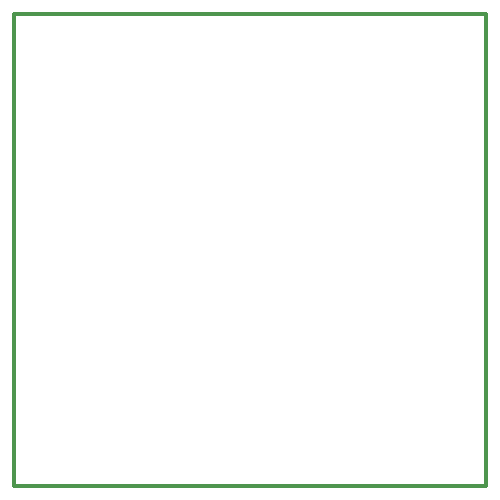
<source format=gbr>
G04 (created by PCBNEW (2013-jul-07)-stable) date Tue 18 Aug 2015 02:36:46 PM PDT*
%MOIN*%
G04 Gerber Fmt 3.4, Leading zero omitted, Abs format*
%FSLAX34Y34*%
G01*
G70*
G90*
G04 APERTURE LIST*
%ADD10C,0.00590551*%
%ADD11C,0.011811*%
G04 APERTURE END LIST*
G54D10*
G54D11*
X35433Y-35433D02*
X35433Y-19685D01*
X19685Y-35433D02*
X35433Y-35433D01*
X19685Y-19685D02*
X19685Y-35433D01*
X35433Y-19685D02*
X19685Y-19685D01*
M02*

</source>
